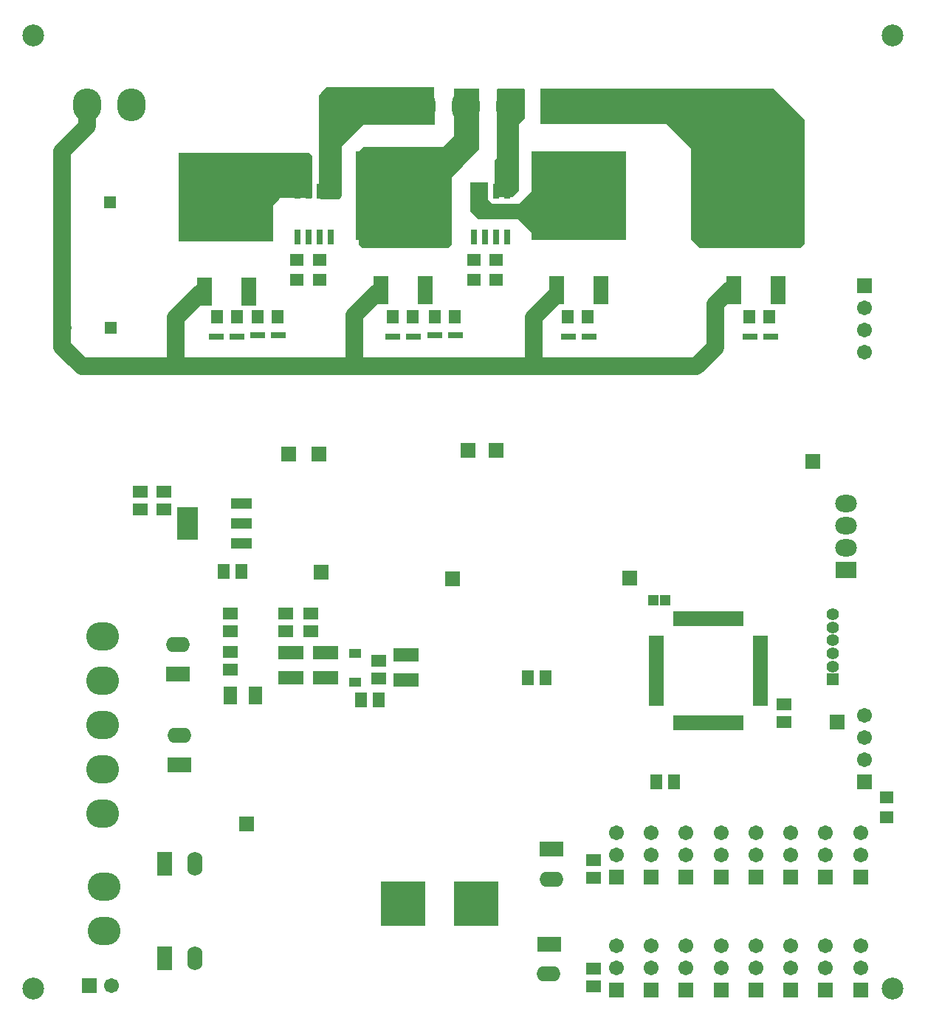
<source format=gbs>
G04 Layer_Color=16711935*
%FSLAX44Y44*%
%MOMM*%
G71*
G01*
G75*
%ADD85C,2.0000*%
%ADD88R,1.4732X1.8034*%
%ADD90R,1.8034X1.4732*%
%ADD91R,2.9032X1.5032*%
%ADD101R,1.4732X1.6002*%
%ADD102R,1.6002X1.4732*%
%ADD104R,1.2032X1.3032*%
%ADD107R,0.7112X1.7272*%
%ADD108R,1.6532X0.7532*%
%ADD109R,10.9032X10.2032*%
%ADD110R,1.7032X3.2032*%
%ADD116R,1.7032X1.7032*%
%ADD117R,1.7032X1.7032*%
%ADD118C,1.7032*%
%ADD119R,2.7432X1.7272*%
%ADD120O,2.7432X1.7272*%
%ADD121C,2.5032*%
%ADD122R,1.7272X2.7432*%
%ADD123O,1.7272X2.7432*%
%ADD124O,2.4892X1.9812*%
%ADD125R,2.4892X1.9812*%
%ADD126O,3.7592X3.2512*%
%ADD127R,5.2032X5.2032*%
%ADD128R,1.4031X1.4031*%
%ADD129C,1.4031*%
%ADD130O,3.2512X3.7592*%
%ADD131R,2.3532X3.7032*%
%ADD132R,2.3532X1.3032*%
%ADD133R,2.3532X1.3032*%
%ADD134R,1.5032X2.0532*%
%ADD135R,1.4232X1.1182*%
%ADD136R,1.8032X0.5032*%
%ADD137R,0.5032X1.8032*%
G36*
X-86360Y1021080D02*
X-83820Y1018540D01*
Y975360D01*
Y876300D01*
X-87630Y872490D01*
X-88900Y871220D01*
X-204470D01*
X-210820Y877570D01*
X-214630Y881380D01*
Y935990D01*
Y985520D01*
X-226060Y996950D01*
X-242570Y1013460D01*
X-387350D01*
Y1054100D01*
X-119380D01*
X-86360Y1021080D01*
D02*
G37*
G36*
X-648970Y976630D02*
Y963930D01*
Y928370D01*
X-685800D01*
X-687070Y927100D01*
X-694690Y919480D01*
Y915670D01*
X-695960Y914400D01*
X-782320D01*
Y951230D01*
X-786130Y955040D01*
X-760730Y980440D01*
X-652780D01*
X-648970Y976630D01*
D02*
G37*
G36*
X-457200Y984250D02*
X-476250Y965200D01*
X-488950Y952500D01*
Y934720D01*
Y875030D01*
X-491490Y872490D01*
X-492760Y871220D01*
X-591820D01*
X-595630Y875030D01*
Y981710D01*
X-591820Y985520D01*
X-590550Y986790D01*
X-499110D01*
X-491490Y994410D01*
X-486410Y999490D01*
Y1016000D01*
Y1054100D01*
X-457200D01*
Y984250D01*
D02*
G37*
G36*
X-933288Y786461D02*
X-931619Y785770D01*
X-930187Y784671D01*
X-929088Y783239D01*
X-928397Y781570D01*
X-928161Y779780D01*
X-928397Y777990D01*
X-929088Y776321D01*
X-930187Y774889D01*
X-931619Y773790D01*
X-933288Y773099D01*
X-935078Y772863D01*
X-936868Y773099D01*
X-938537Y773790D01*
X-939969Y774889D01*
X-941068Y776321D01*
X-941759Y777990D01*
X-941995Y779780D01*
X-941759Y781570D01*
X-941068Y783239D01*
X-939969Y784671D01*
X-938537Y785770D01*
X-936868Y786461D01*
X-935078Y786697D01*
X-933288Y786461D01*
D02*
G37*
G36*
X-873102Y772922D02*
X-886818D01*
Y786638D01*
X-873102D01*
Y772922D01*
D02*
G37*
G36*
X-508000Y1012190D02*
X-590550D01*
X-609600Y993140D01*
X-614680Y988060D01*
Y948690D01*
Y930910D01*
X-615950Y929640D01*
X-618490Y927100D01*
X-638810D01*
X-640080Y928370D01*
X-641350Y929640D01*
Y1023620D01*
Y1046480D01*
X-638810Y1049020D01*
X-632460Y1055370D01*
X-509270D01*
X-508000Y1012190D01*
D02*
G37*
G36*
X-405130Y1052830D02*
Y1032510D01*
Y1019810D01*
X-406400Y1018540D01*
X-411480Y1013460D01*
Y951230D01*
Y937260D01*
X-414020Y934720D01*
X-419100Y929640D01*
X-436880D01*
X-439420Y932180D01*
Y938530D01*
Y971550D01*
X-438150Y972820D01*
X-436880Y974090D01*
Y1050290D01*
Y1052830D01*
X-435610Y1054100D01*
X-406400D01*
X-405130Y1052830D01*
D02*
G37*
G36*
X-368300Y946150D02*
X-369570Y944880D01*
Y883920D01*
X-392430D01*
X-405130Y896620D01*
X-412750Y904240D01*
X-458470D01*
X-462280Y908050D01*
X-467360Y913130D01*
Y929640D01*
Y946150D01*
X-447040D01*
Y927100D01*
X-441960Y922020D01*
X-411480D01*
X-402590Y930910D01*
X-397510Y935990D01*
Y948690D01*
X-368300Y946150D01*
D02*
G37*
G36*
X-933669Y929971D02*
X-932000Y929280D01*
X-930568Y928181D01*
X-929469Y926749D01*
X-928777Y925080D01*
X-928542Y923290D01*
X-928777Y921500D01*
X-929469Y919831D01*
X-930568Y918399D01*
X-932000Y917299D01*
X-933669Y916609D01*
X-935459Y916373D01*
X-937249Y916609D01*
X-938918Y917299D01*
X-940350Y918399D01*
X-941450Y919831D01*
X-942141Y921500D01*
X-942376Y923290D01*
X-942141Y925080D01*
X-941450Y926749D01*
X-940350Y928181D01*
X-938918Y929280D01*
X-937249Y929971D01*
X-935459Y930207D01*
X-933669Y929971D01*
D02*
G37*
G36*
X-873483Y916432D02*
X-887199D01*
Y930148D01*
X-873483D01*
Y916432D01*
D02*
G37*
D85*
X-805180Y791210D02*
X-775970Y820420D01*
X-805180Y735330D02*
Y791210D01*
X-600710Y793750D02*
X-575310Y819150D01*
X-600710Y735330D02*
Y793750D01*
X-394970Y791210D02*
X-372110Y814070D01*
X-394970Y735330D02*
Y791210D01*
X-186690Y806450D02*
X-170180Y822960D01*
X-186690Y756920D02*
Y806450D01*
X-208280Y735330D02*
X-186690Y756920D01*
X-913130Y735330D02*
X-208280D01*
X-920750Y742950D02*
X-913130Y735330D01*
X-935459Y757659D02*
X-920750Y742950D01*
X-935459Y757659D02*
Y780161D01*
X-935078Y779780D01*
X-935459Y780161D02*
Y923290D01*
X-935990Y923821D02*
X-935459Y923290D01*
X-935990Y923821D02*
Y981710D01*
X-906780Y1010920D01*
Y1035050D01*
D88*
X-750570Y500380D02*
D03*
X-730250D02*
D03*
X-572770Y353060D02*
D03*
X-593090D02*
D03*
X-233680Y259080D02*
D03*
X-254000D02*
D03*
X-401320Y378460D02*
D03*
X-381000D02*
D03*
D90*
X-845820Y591820D02*
D03*
Y571500D02*
D03*
X-819150Y591820D02*
D03*
Y571500D02*
D03*
X-572770Y397510D02*
D03*
Y377190D02*
D03*
X-742950Y407670D02*
D03*
Y387350D02*
D03*
Y452120D02*
D03*
Y431800D02*
D03*
X-679450Y431800D02*
D03*
Y452120D02*
D03*
X-650240Y452120D02*
D03*
Y431800D02*
D03*
X-107950Y347980D02*
D03*
Y327660D02*
D03*
X-326390Y168910D02*
D03*
Y148590D02*
D03*
Y24130D02*
D03*
Y44450D02*
D03*
D91*
X-541020Y375390D02*
D03*
Y404390D02*
D03*
X-673100Y406930D02*
D03*
Y377930D02*
D03*
X-633730Y406930D02*
D03*
Y377930D02*
D03*
D101*
X-556110Y792480D02*
D03*
X-533250D02*
D03*
X-124310D02*
D03*
X-147170D02*
D03*
X-735257D02*
D03*
X-758117D02*
D03*
X-507850D02*
D03*
X-484990D02*
D03*
X-711050D02*
D03*
X-688190D02*
D03*
X-332590D02*
D03*
X-355450D02*
D03*
D102*
X-438000Y857250D02*
D03*
Y834390D02*
D03*
X-463400Y857250D02*
D03*
Y834390D02*
D03*
X-639930Y857250D02*
D03*
Y834390D02*
D03*
X-666600Y857250D02*
D03*
Y834390D02*
D03*
X10160Y218440D02*
D03*
Y241300D02*
D03*
D104*
X-243810Y467360D02*
D03*
X-257810D02*
D03*
D107*
X-463400Y883920D02*
D03*
X-450700D02*
D03*
X-438000D02*
D03*
X-425300D02*
D03*
Y935990D02*
D03*
X-438000D02*
D03*
X-450700D02*
D03*
X-463400D02*
D03*
X-665330Y883920D02*
D03*
X-652630D02*
D03*
X-639930D02*
D03*
X-627230D02*
D03*
Y935990D02*
D03*
X-639930D02*
D03*
X-652630D02*
D03*
X-665330D02*
D03*
D108*
X-354677Y769620D02*
D03*
X-331177D02*
D03*
X-146220D02*
D03*
X-122720D02*
D03*
X-532853D02*
D03*
X-556353D02*
D03*
X-734860D02*
D03*
X-758360D02*
D03*
X-687870Y770890D02*
D03*
X-711370D02*
D03*
X-484670D02*
D03*
X-508170D02*
D03*
D109*
X-747522Y929640D02*
D03*
X-544576Y930656D02*
D03*
X-342900D02*
D03*
X-139954D02*
D03*
D110*
X-721868Y821256D02*
D03*
X-772668D02*
D03*
X-569722Y822272D02*
D03*
X-518922D02*
D03*
X-317246D02*
D03*
X-368046D02*
D03*
X-165100D02*
D03*
X-114300D02*
D03*
D116*
X-284480Y492760D02*
D03*
X-638810Y499110D02*
D03*
X-487680Y491490D02*
D03*
X-74930Y626110D02*
D03*
X-46990Y327660D02*
D03*
X-723900Y210820D02*
D03*
X-641350Y635000D02*
D03*
X-675640D02*
D03*
X-438150Y638810D02*
D03*
X-469900D02*
D03*
X-904240Y25400D02*
D03*
D117*
X-15240Y828040D02*
D03*
X-180000Y150000D02*
D03*
X-220000D02*
D03*
X-260000D02*
D03*
X-300000D02*
D03*
X-260000Y20000D02*
D03*
X-20000D02*
D03*
X-300000D02*
D03*
X-60000D02*
D03*
X-20000Y150000D02*
D03*
X-100000Y20000D02*
D03*
X-60000Y150000D02*
D03*
X-140000Y20000D02*
D03*
X-100000Y150000D02*
D03*
X-180000Y20000D02*
D03*
X-140000Y150000D02*
D03*
X-220000Y20000D02*
D03*
X-15240Y259080D02*
D03*
D118*
Y802640D02*
D03*
Y777240D02*
D03*
Y751840D02*
D03*
X-878840Y25400D02*
D03*
X-180000Y175400D02*
D03*
Y200800D02*
D03*
X-220000Y175400D02*
D03*
Y200800D02*
D03*
X-260000Y175400D02*
D03*
Y200800D02*
D03*
X-300000Y175400D02*
D03*
Y200800D02*
D03*
X-260000Y45400D02*
D03*
Y70800D02*
D03*
X-20000Y45400D02*
D03*
Y70800D02*
D03*
X-300000Y45400D02*
D03*
Y70800D02*
D03*
X-60000Y45400D02*
D03*
Y70800D02*
D03*
X-20000Y175400D02*
D03*
Y200800D02*
D03*
X-100000Y45400D02*
D03*
Y70800D02*
D03*
X-60000Y175400D02*
D03*
Y200800D02*
D03*
X-140000Y45400D02*
D03*
Y70800D02*
D03*
X-100000Y175400D02*
D03*
Y200800D02*
D03*
X-180000Y45400D02*
D03*
Y70800D02*
D03*
X-140000Y175400D02*
D03*
Y200800D02*
D03*
X-220000Y45400D02*
D03*
Y70800D02*
D03*
X-15240Y335280D02*
D03*
Y309880D02*
D03*
Y284480D02*
D03*
D119*
X-802640Y382270D02*
D03*
X-801370Y278130D02*
D03*
X-377063Y72898D02*
D03*
X-374396Y181356D02*
D03*
D120*
X-802386Y416306D02*
D03*
X-801116Y312166D02*
D03*
X-377317Y38862D02*
D03*
X-374650Y147320D02*
D03*
D121*
X-969010Y21590D02*
D03*
Y1115060D02*
D03*
X16510D02*
D03*
Y21590D02*
D03*
D122*
X-817626Y164978D02*
D03*
Y56521D02*
D03*
D123*
X-783590Y164724D02*
D03*
Y56266D02*
D03*
D124*
X-36830Y552450D02*
D03*
Y527050D02*
D03*
Y577850D02*
D03*
D125*
Y501650D02*
D03*
D126*
X-887730Y87630D02*
D03*
Y138430D02*
D03*
X-889000Y273050D02*
D03*
Y222250D02*
D03*
Y323850D02*
D03*
Y374650D02*
D03*
Y425450D02*
D03*
D127*
X-461010Y119380D02*
D03*
X-544830D02*
D03*
D128*
X-52070Y376174D02*
D03*
D129*
Y391160D02*
D03*
Y406171D02*
D03*
Y421157D02*
D03*
Y436169D02*
D03*
Y451155D02*
D03*
D130*
X-370690Y1033780D02*
D03*
X-523090D02*
D03*
X-472290D02*
D03*
X-421490D02*
D03*
X-855980Y1035050D02*
D03*
X-906780D02*
D03*
D131*
X-791730Y554990D02*
D03*
D132*
X-729730Y531990D02*
D03*
Y577990D02*
D03*
D133*
Y554990D02*
D03*
D134*
X-713950Y358140D02*
D03*
X-742950D02*
D03*
D135*
X-599440Y373515D02*
D03*
Y406265D02*
D03*
D136*
X-253810Y423580D02*
D03*
Y418580D02*
D03*
Y413580D02*
D03*
Y408580D02*
D03*
Y403580D02*
D03*
Y398580D02*
D03*
Y393580D02*
D03*
Y388580D02*
D03*
Y383580D02*
D03*
Y378580D02*
D03*
Y373580D02*
D03*
Y368580D02*
D03*
Y363580D02*
D03*
Y358580D02*
D03*
Y353580D02*
D03*
Y348580D02*
D03*
X-134810D02*
D03*
Y353580D02*
D03*
Y358580D02*
D03*
Y363580D02*
D03*
Y368580D02*
D03*
Y373580D02*
D03*
Y378580D02*
D03*
Y383580D02*
D03*
Y388580D02*
D03*
Y393580D02*
D03*
Y398580D02*
D03*
Y403580D02*
D03*
Y408580D02*
D03*
Y413580D02*
D03*
Y418580D02*
D03*
Y423580D02*
D03*
D137*
X-231810Y326580D02*
D03*
X-226810D02*
D03*
X-221810D02*
D03*
X-216810D02*
D03*
X-211810D02*
D03*
X-206810D02*
D03*
X-201810D02*
D03*
X-196810D02*
D03*
X-191810D02*
D03*
X-186810D02*
D03*
X-181810D02*
D03*
X-176810D02*
D03*
X-171810D02*
D03*
X-166810D02*
D03*
X-161810D02*
D03*
X-156810D02*
D03*
X-231810Y445580D02*
D03*
X-226810D02*
D03*
X-221810D02*
D03*
X-216810D02*
D03*
X-211810D02*
D03*
X-206810D02*
D03*
X-201810D02*
D03*
X-196810D02*
D03*
X-191810D02*
D03*
X-186810D02*
D03*
X-181810D02*
D03*
X-176810D02*
D03*
X-171810D02*
D03*
X-166810D02*
D03*
X-161810D02*
D03*
X-156810D02*
D03*
M02*

</source>
